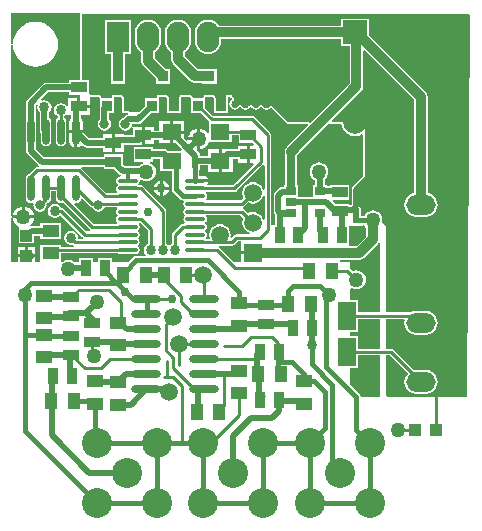
<source format=gtl>
%FSLAX25Y25*%
%MOIN*%
G70*
G01*
G75*
G04 Layer_Physical_Order=1*
G04 Layer_Color=255*
%ADD10C,0.05906*%
%ADD11R,0.03937X0.03937*%
%ADD12R,0.06102X0.09449*%
%ADD13R,0.05315X0.03740*%
%ADD14R,0.03543X0.03740*%
%ADD15R,0.03740X0.05315*%
%ADD16R,0.03937X0.03937*%
%ADD17R,0.03543X0.02559*%
%ADD18O,0.06693X0.01378*%
%ADD19R,0.06300X0.05500*%
%ADD20R,0.05512X0.04134*%
%ADD21R,0.04134X0.05512*%
%ADD22R,0.02000X0.02000*%
%ADD23O,0.02362X0.08661*%
%ADD24O,0.09843X0.02756*%
%ADD25C,0.03200*%
%ADD26C,0.01000*%
%ADD27C,0.01600*%
%ADD28C,0.02000*%
%ADD29C,0.01400*%
%ADD30C,0.02800*%
%ADD31C,0.10000*%
%ADD32R,0.05906X0.05906*%
%ADD33C,0.07874*%
%ADD34R,0.07874X0.07874*%
%ADD35O,0.09843X0.06693*%
%ADD36O,0.07480X0.10236*%
%ADD37R,0.07480X0.10236*%
%ADD38C,0.03150*%
%ADD39C,0.02400*%
%ADD40C,0.03000*%
%ADD41C,0.05000*%
%ADD42C,0.03400*%
G36*
X316378Y316798D02*
Y309202D01*
X315888Y309104D01*
X315603Y309792D01*
X315034Y310534D01*
X314292Y311103D01*
X313427Y311461D01*
X312500Y311583D01*
X311573Y311461D01*
X310902Y311184D01*
X309513Y312573D01*
X309159Y312810D01*
X309256Y313300D01*
X309268Y313302D01*
X309632Y313545D01*
X310902Y314816D01*
X311573Y314539D01*
X312500Y314417D01*
X313427Y314539D01*
X314292Y314897D01*
X315034Y315466D01*
X315603Y316208D01*
X315888Y316896D01*
X316378Y316798D01*
D02*
G37*
G36*
X342080Y340316D02*
X342537Y339212D01*
X343264Y338264D01*
X344212Y337537D01*
X345316Y337080D01*
X346500Y336924D01*
X347684Y337080D01*
X348788Y337537D01*
X348809Y337553D01*
X349257Y337331D01*
Y323564D01*
X345847Y320153D01*
X345493Y319624D01*
X345369Y319000D01*
Y314176D01*
X345175Y313982D01*
X344608D01*
Y314320D01*
X339987D01*
X339089Y315218D01*
X339281Y315680D01*
X344608D01*
Y320620D01*
X338093D01*
Y320281D01*
X337096D01*
Y320620D01*
X336356D01*
Y322516D01*
X336711Y322789D01*
X337208Y323437D01*
X337520Y324191D01*
X337627Y325000D01*
X337520Y325809D01*
X337208Y326563D01*
X336711Y327211D01*
X336063Y327708D01*
X335309Y328020D01*
X334500Y328127D01*
X333691Y328020D01*
X332937Y327708D01*
X332289Y327211D01*
X331792Y326563D01*
X331480Y325809D01*
X331373Y325000D01*
X331480Y324191D01*
X331792Y323437D01*
X332289Y322789D01*
X332937Y322292D01*
X333093Y322227D01*
Y320620D01*
X332353D01*
Y316861D01*
D01*
Y316861D01*
X332123Y316631D01*
X327647D01*
Y316861D01*
Y320620D01*
X327315D01*
Y330643D01*
X337672Y341000D01*
X341990D01*
X342080Y340316D01*
D02*
G37*
G36*
X384997Y377145D02*
X383876Y250020D01*
X357354Y249989D01*
X357000Y250342D01*
Y263875D01*
X358012D01*
X364106Y257781D01*
X363478Y256963D01*
X363080Y256003D01*
X362945Y254972D01*
X363080Y253942D01*
X363478Y252982D01*
X364111Y252158D01*
X364935Y251525D01*
X365895Y251128D01*
X366925Y250992D01*
X370075D01*
X371105Y251128D01*
X372065Y251525D01*
X372889Y252158D01*
X373522Y252982D01*
X373920Y253942D01*
X374055Y254972D01*
X373920Y256003D01*
X373522Y256963D01*
X372889Y257787D01*
X372065Y258420D01*
X371105Y258817D01*
X370075Y258953D01*
X366925D01*
X366201Y258858D01*
X359269Y265789D01*
X358906Y266032D01*
X358476Y266118D01*
X358476Y266118D01*
X357000D01*
Y275882D01*
X362727D01*
X363056Y275506D01*
X362945Y274658D01*
X363080Y273627D01*
X363478Y272667D01*
X364111Y271843D01*
X364935Y271210D01*
X365895Y270813D01*
X366925Y270677D01*
X370075D01*
X371105Y270813D01*
X372065Y271210D01*
X372889Y271843D01*
X373522Y272667D01*
X373920Y273627D01*
X374055Y274658D01*
X373920Y275688D01*
X373522Y276648D01*
X372889Y277472D01*
X372065Y278105D01*
X371105Y278502D01*
X370075Y278638D01*
X366925D01*
X365895Y278502D01*
X364985Y278126D01*
X357000D01*
Y307000D01*
X355554Y308446D01*
X355627Y309000D01*
X355520Y309809D01*
X355208Y310563D01*
X354711Y311211D01*
X354063Y311708D01*
X353309Y312020D01*
X352500Y312127D01*
X351691Y312020D01*
X350937Y311708D01*
X350289Y311211D01*
X349792Y310563D01*
X349736Y310427D01*
X348631D01*
Y312000D01*
X348507Y312624D01*
X348153Y313154D01*
X347624Y313507D01*
X347000Y313631D01*
Y319000D01*
X350000Y322000D01*
Y341000D01*
X342645D01*
X342634Y341085D01*
X342529Y341266D01*
X342449Y341459D01*
X342407Y341476D01*
X342385Y341515D01*
X342183Y341569D01*
X341990Y341649D01*
X338975D01*
X338784Y342111D01*
X348586Y351914D01*
X349072Y352642D01*
X349243Y353500D01*
Y365431D01*
X349705Y365623D01*
X366257Y349071D01*
Y317920D01*
X365895Y317872D01*
X364935Y317475D01*
X364111Y316842D01*
X363478Y316018D01*
X363080Y315058D01*
X362945Y314028D01*
X363080Y312997D01*
X363478Y312037D01*
X364111Y311213D01*
X364935Y310580D01*
X365895Y310183D01*
X366925Y310047D01*
X370075D01*
X371105Y310183D01*
X372065Y310580D01*
X372889Y311213D01*
X373522Y312037D01*
X373920Y312997D01*
X374055Y314028D01*
X373920Y315058D01*
X373522Y316018D01*
X372889Y316842D01*
X372065Y317475D01*
X371105Y317872D01*
X370743Y317920D01*
Y350000D01*
X370572Y350858D01*
X370086Y351586D01*
X351037Y370635D01*
Y376037D01*
X341963D01*
Y373743D01*
X301156D01*
X300595Y374473D01*
X299689Y375169D01*
X298633Y375606D01*
X297500Y375756D01*
X296367Y375606D01*
X295311Y375169D01*
X294405Y374473D01*
X293709Y373567D01*
X293272Y372511D01*
X293122Y371378D01*
Y368622D01*
X293272Y367489D01*
X293709Y366433D01*
X294405Y365527D01*
X295311Y364831D01*
X296367Y364394D01*
X297500Y364244D01*
X298633Y364394D01*
X299689Y364831D01*
X300595Y365527D01*
X301291Y366433D01*
X301728Y367489D01*
X301878Y368622D01*
Y369257D01*
X341963D01*
Y366963D01*
X344757D01*
Y354429D01*
X331643Y341316D01*
X331153Y341413D01*
X331134Y341459D01*
X331014Y341509D01*
X330923Y341600D01*
X330794D01*
X330675Y341649D01*
X324269D01*
X319217Y346706D01*
X319185Y346720D01*
X319169Y346749D01*
X318960Y346813D01*
X318758Y346897D01*
X318726Y346884D01*
X318694Y346894D01*
X318234Y346849D01*
X318093Y346773D01*
X317937Y346742D01*
X317449Y346416D01*
X317000Y346327D01*
X316551Y346416D01*
X316171Y346671D01*
X316040Y346866D01*
X315985Y346903D01*
X315959Y346964D01*
X315784Y347037D01*
X315627Y347142D01*
X315562Y347129D01*
X315500Y347154D01*
X315000D01*
X314938Y347129D01*
X314873Y347142D01*
X314716Y347037D01*
X314541Y346964D01*
X314515Y346903D01*
X314460Y346866D01*
X314330Y346671D01*
X313949Y346416D01*
X313500Y346327D01*
X313051Y346416D01*
X312670Y346671D01*
X312540Y346866D01*
X312485Y346903D01*
X312459Y346964D01*
X312284Y347037D01*
X312127Y347142D01*
X312062Y347129D01*
X312000Y347154D01*
X311500D01*
X311438Y347129D01*
X311373Y347142D01*
X311216Y347037D01*
X311041Y346964D01*
X311015Y346903D01*
X310960Y346866D01*
X310829Y346671D01*
X310449Y346416D01*
X310000Y346327D01*
X309551Y346416D01*
X309171Y346671D01*
X309040Y346866D01*
X308985Y346903D01*
X308959Y346964D01*
X308784Y347037D01*
X308627Y347142D01*
X308561Y347129D01*
X308500Y347154D01*
X308000D01*
X307939Y347129D01*
X307873Y347142D01*
X307716Y347037D01*
X307541Y346964D01*
X307515Y346903D01*
X307460Y346866D01*
X307330Y346671D01*
X306949Y346416D01*
X306500Y346327D01*
X306051Y346416D01*
X305670Y346671D01*
X305416Y347051D01*
X305327Y347500D01*
X305416Y347949D01*
X305670Y348329D01*
X305866Y348460D01*
X305903Y348515D01*
X305964Y348541D01*
X306037Y348716D01*
X306142Y348873D01*
X306129Y348938D01*
X306154Y349000D01*
Y349500D01*
X306129Y349562D01*
X306142Y349627D01*
X306037Y349784D01*
X305964Y349959D01*
X305903Y349985D01*
X305866Y350040D01*
X305670Y350170D01*
X305539Y350368D01*
X305483Y350405D01*
X305458Y350466D01*
X305283Y350539D01*
X305125Y350644D01*
X305060Y350631D01*
X304999Y350656D01*
X304112Y350656D01*
X303875Y350558D01*
X303653Y350466D01*
X303653Y350466D01*
X303653Y350466D01*
X303560Y350243D01*
X303462Y350007D01*
Y349549D01*
X303462Y349549D01*
Y345258D01*
X300018D01*
Y349549D01*
X300018Y349549D01*
X300018Y349549D01*
X300018Y349653D01*
Y349653D01*
Y349653D01*
X299860Y350033D01*
X299828Y350112D01*
D01*
X299828Y350112D01*
X299474Y350465D01*
X299015Y350656D01*
D01*
X299015D01*
X296631Y350655D01*
X296395Y350557D01*
X296172Y350465D01*
X296172Y350465D01*
X296172Y350465D01*
X296080Y350242D01*
X295982Y350006D01*
Y349549D01*
X295982Y349549D01*
X292786D01*
X292538Y349652D01*
X292419Y349937D01*
X292347Y350111D01*
X292347D01*
X292347Y350111D01*
X291994Y350464D01*
X291534Y350654D01*
X288612Y350654D01*
X288375Y350556D01*
X288153Y350464D01*
X288153Y350464D01*
X288153Y350464D01*
X288060Y350241D01*
X287962Y350005D01*
Y349549D01*
X287962Y349549D01*
Y345258D01*
X284518D01*
Y349549D01*
X284518Y349549D01*
X284518Y349549D01*
X284518Y349651D01*
X284518Y349651D01*
X284518Y349651D01*
X284351Y350054D01*
X284328Y350110D01*
D01*
X284328Y350110D01*
X283974Y350463D01*
X283515Y350653D01*
X281131Y350653D01*
X280895Y350555D01*
X280672Y350463D01*
X280672Y350463D01*
X280672Y350463D01*
X280580Y350240D01*
X280482Y350004D01*
Y349549D01*
X280482Y349549D01*
X276388D01*
Y347014D01*
X274374Y345000D01*
X271336D01*
X271308Y345068D01*
X271277Y345081D01*
X271261Y345111D01*
X271051Y345174D01*
X270849Y345258D01*
X269518D01*
Y349549D01*
X269518Y349549D01*
X269518Y349549D01*
X269518Y349648D01*
Y349648D01*
Y349648D01*
X269360Y350029D01*
X269328Y350108D01*
D01*
X269328Y350108D01*
X268974Y350461D01*
X268515Y350651D01*
X266131Y350651D01*
X265895Y350553D01*
X265672Y350461D01*
X265672Y350461D01*
X265672Y350461D01*
X265580Y350238D01*
X265482Y350002D01*
Y349549D01*
X265482Y349549D01*
X262276D01*
X262038Y349647D01*
X261880Y350028D01*
X261847Y350107D01*
D01*
X261847Y350107D01*
X261494Y350460D01*
X261034Y350650D01*
X258157Y350650D01*
X257757Y351615D01*
Y355620D01*
X255649D01*
Y377500D01*
X384645D01*
X384997Y377145D01*
D02*
G37*
G36*
X316169Y327238D02*
X316378Y326925D01*
Y319202D01*
X315888Y319104D01*
X315603Y319792D01*
X315034Y320534D01*
X314292Y321103D01*
X313427Y321461D01*
X312500Y321583D01*
X311573Y321461D01*
X310708Y321103D01*
X309966Y320534D01*
X309397Y319792D01*
X309039Y318927D01*
X308917Y318000D01*
X309039Y317073D01*
X309316Y316402D01*
X308374Y315460D01*
X296908D01*
X296763Y315939D01*
X296807Y315968D01*
X297092Y316395D01*
X297192Y316898D01*
X297092Y317401D01*
X296807Y317827D01*
X296763Y317857D01*
X296908Y318335D01*
X306255D01*
X306255Y318335D01*
X306684Y318421D01*
X307048Y318664D01*
X315672Y327287D01*
X316169Y327238D01*
D02*
G37*
G36*
X262742Y325880D02*
X266163D01*
X267976Y324067D01*
X268363Y323808D01*
X268218Y323330D01*
X268122D01*
X267619Y323230D01*
X267193Y322945D01*
X266908Y322519D01*
X266808Y322016D01*
X266908Y321513D01*
X267193Y321087D01*
X267343Y320986D01*
Y320486D01*
X267193Y320386D01*
X266908Y319960D01*
X266808Y319457D01*
X266908Y318954D01*
X267193Y318527D01*
X267237Y318498D01*
X267092Y318019D01*
X263567D01*
X255329Y326257D01*
X255427Y326493D01*
X255578Y326719D01*
X262742D01*
Y325880D01*
D02*
G37*
G36*
X258116Y313546D02*
X258116Y313545D01*
X258480Y313302D01*
X258909Y313217D01*
X258909Y313217D01*
X258910Y313217D01*
X258938D01*
X258938D01*
X258938Y313217D01*
X258951Y313151D01*
X259432Y312432D01*
X260151Y311951D01*
X261000Y311783D01*
X261849Y311951D01*
X262568Y312432D01*
X263049Y313151D01*
X263062Y313217D01*
X267092D01*
X267237Y312739D01*
X267193Y312709D01*
X266908Y312282D01*
X266808Y311779D01*
X266908Y311277D01*
X267193Y310850D01*
X267343Y310750D01*
Y310250D01*
X267193Y310150D01*
X266908Y309723D01*
X266808Y309221D01*
X266908Y308717D01*
X267193Y308291D01*
X267237Y308261D01*
X267092Y307783D01*
X259303D01*
X252861Y314225D01*
X253097Y314666D01*
X253500Y314586D01*
X254195Y314724D01*
X254784Y315118D01*
X255178Y315707D01*
X255203Y315835D01*
X255682Y315980D01*
X258116Y313546D01*
D02*
G37*
G36*
X309316Y309598D02*
X309039Y308927D01*
X308917Y308000D01*
X309039Y307073D01*
X309397Y306208D01*
X309966Y305466D01*
X310708Y304897D01*
X311396Y304612D01*
X311298Y304121D01*
X307000D01*
X307000Y304122D01*
X306571Y304036D01*
X306207Y303793D01*
X305432Y303018D01*
X304983Y303239D01*
X305083Y304000D01*
X304961Y304927D01*
X304603Y305792D01*
X304034Y306534D01*
X303292Y307103D01*
X302427Y307461D01*
X301500Y307583D01*
X300573Y307461D01*
X299708Y307103D01*
X298966Y306534D01*
X298397Y305792D01*
X298039Y304927D01*
X297917Y304000D01*
X298039Y303073D01*
X297766Y302665D01*
X296908D01*
X296763Y303143D01*
X296807Y303173D01*
X297092Y303599D01*
X297192Y304102D01*
X297092Y304605D01*
X296807Y305032D01*
X296657Y305132D01*
Y305632D01*
X296807Y305732D01*
X297092Y306158D01*
X297192Y306661D01*
X297092Y307164D01*
X296807Y307591D01*
X296657Y307691D01*
Y308191D01*
X296807Y308291D01*
X297092Y308717D01*
X297192Y309221D01*
X297092Y309723D01*
X296807Y310150D01*
X296763Y310179D01*
X296908Y310658D01*
X308256D01*
X309316Y309598D01*
D02*
G37*
G36*
X355000Y301420D02*
Y278126D01*
X347651D01*
Y282328D01*
X345000D01*
Y286077D01*
X345437Y286292D01*
X346191Y285980D01*
X347000Y285873D01*
X347809Y285980D01*
X348563Y286292D01*
X349211Y286789D01*
X349708Y287437D01*
X350020Y288191D01*
X350127Y289000D01*
X350020Y289809D01*
X349708Y290563D01*
X349211Y291211D01*
X348563Y291708D01*
X347809Y292020D01*
X347000Y292127D01*
X346191Y292020D01*
X345749Y291837D01*
X345000Y292586D01*
Y295025D01*
X341761Y295019D01*
X341473Y295306D01*
X341588Y295584D01*
X341761Y295757D01*
X348000D01*
X348858Y295928D01*
X349586Y296414D01*
X354086Y300914D01*
X354521Y301566D01*
X355000Y301420D01*
D02*
G37*
G36*
Y266118D02*
X347651D01*
Y270321D01*
X345000D01*
Y271679D01*
X347651D01*
Y275882D01*
X355000D01*
Y266118D01*
D02*
G37*
G36*
Y250000D02*
X348427D01*
X348319Y250546D01*
X348009Y251009D01*
X348009Y251009D01*
X345000Y254019D01*
Y259672D01*
X347651D01*
Y263875D01*
X355000D01*
Y250000D01*
D02*
G37*
G36*
X308547Y298500D02*
X312500D01*
Y297500D01*
X308547D01*
Y295000D01*
X306086D01*
X301309Y299777D01*
X301060Y299943D01*
X301205Y300422D01*
X301461D01*
X301500Y300417D01*
X301539Y300422D01*
X305543D01*
X305543Y300422D01*
X305973Y300507D01*
X306336Y300750D01*
X307465Y301878D01*
X308547D01*
Y298500D01*
D02*
G37*
G36*
X350004Y306504D02*
X350257Y306310D01*
Y303429D01*
X347071Y300243D01*
X344620D01*
Y300743D01*
X344620D01*
Y307000D01*
X345000D01*
Y307000D01*
X349000D01*
Y307034D01*
X349474Y307195D01*
X350004Y306504D01*
D02*
G37*
G36*
X277379Y305535D02*
Y301017D01*
X276842Y300658D01*
X276333Y299897D01*
X276155Y299000D01*
X276333Y298103D01*
X276824Y297368D01*
X276588Y296927D01*
X273500D01*
X272954Y296819D01*
X272768Y296695D01*
X272491Y296509D01*
X272491Y296509D01*
X270981Y295000D01*
X265620D01*
Y296257D01*
X260680D01*
Y295000D01*
X259320D01*
Y296257D01*
X254380D01*
Y295000D01*
X252834D01*
X252563Y295208D01*
X251809Y295520D01*
X251000Y295627D01*
X250191Y295520D01*
X249437Y295208D01*
X249166Y295000D01*
X248366D01*
Y295266D01*
X248366D01*
Y297863D01*
X267480D01*
X267619Y297770D01*
X268122Y297670D01*
X273437D01*
X273940Y297770D01*
X274366Y298055D01*
X274651Y298481D01*
X274751Y298984D01*
X274651Y299487D01*
X274366Y299914D01*
X274216Y300014D01*
Y300514D01*
X274366Y300614D01*
X274651Y301040D01*
X274751Y301543D01*
X274651Y302046D01*
X274366Y302473D01*
X274216Y302573D01*
Y303073D01*
X274366Y303173D01*
X274651Y303599D01*
X274751Y304102D01*
X274651Y304605D01*
X274366Y305032D01*
X274216Y305132D01*
Y305632D01*
X274366Y305732D01*
X274651Y306158D01*
X274751Y306661D01*
X274651Y307164D01*
X274366Y307591D01*
X274322Y307620D01*
X274407Y307901D01*
X274892Y308022D01*
X277379Y305535D01*
D02*
G37*
G36*
X281600Y325400D02*
X285417D01*
Y319155D01*
X285417Y319155D01*
X285526Y318609D01*
X285835Y318146D01*
X288093Y315888D01*
X288093Y315888D01*
X288371Y315703D01*
X288556Y315579D01*
X289102Y315470D01*
X289239D01*
X289474Y315029D01*
X289349Y314842D01*
X289249Y314339D01*
X289349Y313836D01*
X289634Y313409D01*
X289784Y313309D01*
Y312809D01*
X289634Y312709D01*
X289349Y312282D01*
X289249Y311779D01*
X289349Y311277D01*
X289634Y310850D01*
X289784Y310750D01*
Y310250D01*
X289634Y310150D01*
X289349Y309723D01*
X289249Y309221D01*
X289349Y308717D01*
X289634Y308291D01*
X289678Y308261D01*
X289533Y307783D01*
X289161D01*
X289161Y307783D01*
X288732Y307698D01*
X288368Y307454D01*
X288368Y307454D01*
X285707Y304793D01*
X285464Y304429D01*
X285378Y304000D01*
X285379Y304000D01*
Y301017D01*
X284842Y300658D01*
X284750Y300521D01*
X284250D01*
X284158Y300658D01*
X283622Y301017D01*
Y312000D01*
X283536Y312429D01*
X283293Y312793D01*
X283293Y312793D01*
X275836Y320250D01*
X275472Y320493D01*
X275043Y320578D01*
X275043Y320578D01*
X274467D01*
X274322Y321057D01*
X274366Y321087D01*
X274651Y321513D01*
X274751Y322016D01*
X274701Y322267D01*
X275126Y322531D01*
X275437Y322292D01*
X276191Y321980D01*
X277000Y321873D01*
X277809Y321980D01*
X278563Y322292D01*
X279211Y322789D01*
X279708Y323437D01*
X280020Y324191D01*
X280127Y325000D01*
X280020Y325809D01*
X279708Y326563D01*
X279211Y327211D01*
X278563Y327708D01*
X278124Y327890D01*
X278221Y328380D01*
X279257D01*
Y329219D01*
X281600D01*
Y325400D01*
D02*
G37*
G36*
X251242Y350679D02*
X255000D01*
Y350220D01*
Y347350D01*
X258157D01*
Y349721D01*
X258157D01*
Y350000D01*
X261035Y350001D01*
X261388Y349647D01*
X261388Y349549D01*
X261388D01*
Y346417D01*
X261369Y346319D01*
Y342473D01*
X260951Y341849D01*
X260783Y341000D01*
X260951Y340151D01*
X261432Y339432D01*
X262151Y338951D01*
X263000Y338783D01*
X263849Y338951D01*
X264568Y339432D01*
X265049Y340151D01*
X265217Y341000D01*
X265049Y341849D01*
X264631Y342473D01*
Y344609D01*
X266131D01*
Y349549D01*
X266131D01*
Y350002D01*
X268515Y350002D01*
X268868Y349648D01*
X268868Y349549D01*
X268868D01*
Y344609D01*
X270849D01*
X270898Y344111D01*
X270376Y344007D01*
X269847Y343653D01*
X269493Y343124D01*
X269491Y343116D01*
X269151Y343049D01*
X268432Y342568D01*
X267951Y341849D01*
X267783Y341000D01*
X267951Y340151D01*
X268432Y339432D01*
X269151Y338951D01*
X270000Y338783D01*
X270849Y338951D01*
X271568Y339432D01*
X271864Y339875D01*
X272342Y339730D01*
Y337252D01*
X269657D01*
Y337520D01*
X266500D01*
Y334650D01*
Y331780D01*
X269657D01*
Y333989D01*
X274471D01*
X275095Y334113D01*
X275344Y334279D01*
X275500D01*
Y337150D01*
Y340020D01*
X272416D01*
X272099Y340406D01*
X272191Y340869D01*
X274181D01*
X274805Y340993D01*
X275335Y341347D01*
X278597Y344609D01*
X281132D01*
Y349549D01*
X281132D01*
Y350004D01*
X283515Y350004D01*
X283869Y349650D01*
X283869Y349549D01*
X283869D01*
Y344609D01*
X288612D01*
Y349549D01*
X288612D01*
Y350005D01*
X291535Y350005D01*
X291888Y349652D01*
X291888Y349549D01*
X291888D01*
Y344609D01*
X295144D01*
X297900Y341852D01*
X297900Y341600D01*
X297900D01*
Y337966D01*
X297427Y337805D01*
X296896Y338496D01*
X296165Y339057D01*
X295314Y339410D01*
X294900Y339464D01*
Y336000D01*
Y332536D01*
X295314Y332590D01*
X296165Y332943D01*
X296896Y333504D01*
X297457Y334235D01*
X297733Y334900D01*
X297900D01*
Y334900D01*
X305400D01*
Y337128D01*
X307743D01*
Y334680D01*
X312234D01*
X312731Y334182D01*
X312539Y333720D01*
X311500D01*
Y330850D01*
Y327980D01*
X312539D01*
X312731Y327518D01*
X305791Y320578D01*
X297479D01*
X297243Y321019D01*
X297469Y321357D01*
X297501Y321516D01*
X293220D01*
Y322516D01*
X297501D01*
X297469Y322675D01*
X297096Y323233D01*
X296537Y323607D01*
X295878Y323738D01*
X294648D01*
Y325756D01*
X294728Y325876D01*
X294852Y326500D01*
Y327119D01*
X297500D01*
Y325000D01*
X301150D01*
Y328750D01*
Y332500D01*
X297500D01*
Y330381D01*
X294851D01*
X294728Y331004D01*
X294374Y331533D01*
X293841Y332066D01*
X293900Y332185D01*
Y335500D01*
X290585D01*
X290466Y335441D01*
X289500Y336407D01*
Y337750D01*
X285850D01*
Y334500D01*
X286793D01*
X288731Y332562D01*
X288540Y332100D01*
X284259D01*
X283874Y332358D01*
X283250Y332482D01*
X279257D01*
Y333320D01*
X272743D01*
Y328380D01*
X275779D01*
X275876Y327890D01*
X275437Y327708D01*
X274789Y327211D01*
X274514Y326852D01*
X269806D01*
X269257Y327400D01*
Y330820D01*
X262742D01*
Y329982D01*
X242825D01*
X240131Y332676D01*
Y334535D01*
X240178Y334604D01*
X240316Y335299D01*
Y341598D01*
X240178Y342293D01*
X240131Y342363D01*
Y347220D01*
X240560Y347478D01*
X240822Y347338D01*
X240655Y346500D01*
X240833Y345603D01*
X241342Y344842D01*
X241369Y344824D01*
Y338949D01*
X241493Y338324D01*
X241684Y338038D01*
Y335299D01*
X241822Y334604D01*
X242216Y334015D01*
X242805Y333622D01*
X243500Y333483D01*
X244195Y333622D01*
X244784Y334015D01*
X245178Y334604D01*
X245316Y335299D01*
Y341598D01*
X245178Y342293D01*
X244784Y342882D01*
X244631Y342985D01*
Y344824D01*
X244658Y344842D01*
X245167Y345603D01*
X245345Y346500D01*
X245167Y347397D01*
X244658Y348158D01*
X243897Y348667D01*
X243000Y348845D01*
X242162Y348678D01*
X241926Y349119D01*
X244325Y351518D01*
X251242D01*
Y350679D01*
D02*
G37*
G36*
X305202Y349702D02*
X305505Y349500D01*
Y349000D01*
X305202Y348798D01*
X304804Y348202D01*
X304665Y347500D01*
X304804Y346798D01*
X305202Y346202D01*
X305798Y345804D01*
X306500Y345665D01*
X307202Y345804D01*
X307798Y346202D01*
X308000Y346505D01*
X308500D01*
X308702Y346202D01*
X309298Y345804D01*
X310000Y345665D01*
X310702Y345804D01*
X311298Y346202D01*
X311500Y346505D01*
X312000D01*
X312202Y346202D01*
X312798Y345804D01*
X313500Y345665D01*
X314202Y345804D01*
X314798Y346202D01*
X315000Y346505D01*
X315500D01*
X315702Y346202D01*
X316298Y345804D01*
X317000Y345665D01*
X317702Y345804D01*
X318298Y346202D01*
X318757Y346247D01*
X324000Y341000D01*
X330675D01*
X330866Y340538D01*
X323690Y333362D01*
X323203Y332634D01*
X323032Y331776D01*
X323203Y330917D01*
X323236Y330868D01*
Y320620D01*
X322904D01*
Y319911D01*
X322280D01*
X321655Y319787D01*
X321126Y319433D01*
X319847Y318154D01*
X319493Y317624D01*
X319369Y317000D01*
Y312000D01*
X319493Y311376D01*
X319824Y310880D01*
X319719Y310350D01*
Y307258D01*
X318880D01*
D01*
X318880D01*
X318621Y307516D01*
Y337298D01*
X318622Y337298D01*
X318536Y337728D01*
X318293Y338091D01*
X313091Y343293D01*
X312728Y343536D01*
X312298Y343622D01*
X312298Y343621D01*
X299303D01*
X296632Y346293D01*
Y349549D01*
X296632D01*
Y350006D01*
X299015Y350006D01*
X299369Y349653D01*
X299369Y349549D01*
X299369D01*
Y344609D01*
X304112D01*
Y349549D01*
X304112D01*
Y350007D01*
X304999Y350007D01*
X305202Y349702D01*
D02*
G37*
G36*
X255000Y355620D02*
X251242D01*
Y354781D01*
X243650D01*
X243025Y354657D01*
X242496Y354303D01*
X237347Y349153D01*
X236993Y348624D01*
X236869Y348000D01*
Y342363D01*
X236822Y342293D01*
X236684Y341598D01*
Y335299D01*
X236822Y334604D01*
X236869Y334535D01*
Y332000D01*
X236993Y331376D01*
X237347Y330847D01*
X240996Y327197D01*
X241141Y327100D01*
X240996Y326622D01*
X240500D01*
X240500Y326622D01*
X240071Y326536D01*
X239707Y326293D01*
X239707Y326293D01*
X237767Y324353D01*
X237216Y323985D01*
X236822Y323396D01*
X236684Y322701D01*
Y316402D01*
X236822Y315707D01*
X237216Y315118D01*
X237805Y314724D01*
X238500Y314586D01*
X238995Y314684D01*
X239348Y314330D01*
X239283Y314000D01*
X239451Y313151D01*
X239932Y312432D01*
X240651Y311951D01*
X241500Y311783D01*
X242349Y311951D01*
X243068Y312432D01*
X243549Y313151D01*
X243717Y314000D01*
X243666Y314258D01*
X243944Y314674D01*
X244195Y314724D01*
X244784Y315118D01*
X245178Y315707D01*
X245316Y316402D01*
Y318626D01*
X246684D01*
Y316402D01*
X246822Y315707D01*
X247216Y315118D01*
X247805Y314724D01*
X248500Y314586D01*
X249191Y314723D01*
X258046Y305868D01*
X258294Y305702D01*
X258149Y305224D01*
X256862D01*
X249293Y312793D01*
X248929Y313036D01*
X248519Y313118D01*
X248158Y313658D01*
X247397Y314167D01*
X246500Y314345D01*
X245603Y314167D01*
X244842Y313658D01*
X244333Y312897D01*
X244155Y312000D01*
X244333Y311103D01*
X244842Y310342D01*
X245603Y309833D01*
X246500Y309655D01*
X247397Y309833D01*
X248158Y310342D01*
X248535Y310379D01*
X255605Y303309D01*
X255853Y303143D01*
X255708Y302665D01*
X254466D01*
X254204Y302984D01*
X254026Y303882D01*
X253517Y304643D01*
X252756Y305151D01*
X251859Y305329D01*
X250961Y305151D01*
X250201Y304643D01*
X249692Y303882D01*
X249514Y302984D01*
X249692Y302087D01*
X250201Y301326D01*
X250961Y300818D01*
X251859Y300639D01*
X252354Y300738D01*
X252689Y300367D01*
X252610Y300106D01*
X248366D01*
Y300600D01*
X241654D01*
Y295266D01*
D01*
Y295266D01*
X241388Y295000D01*
X239968D01*
Y296532D01*
X234032D01*
Y295000D01*
X232000D01*
Y309746D01*
X232031Y309748D01*
Y310252D01*
X232000Y310254D01*
Y367218D01*
X232499Y367242D01*
X232619Y366032D01*
X233047Y364620D01*
X233742Y363319D01*
X234678Y362178D01*
X235819Y361242D01*
X237120Y360547D01*
X238532Y360119D01*
X240000Y359974D01*
X241468Y360119D01*
X242880Y360547D01*
X244181Y361242D01*
X245322Y362178D01*
X246258Y363319D01*
X246953Y364620D01*
X247381Y366032D01*
X247526Y367500D01*
X247381Y368968D01*
X246953Y370380D01*
X246258Y371681D01*
X245322Y372822D01*
X244181Y373758D01*
X242880Y374453D01*
X241468Y374881D01*
X240000Y375026D01*
X238532Y374881D01*
X237120Y374453D01*
X235819Y373758D01*
X234678Y372822D01*
X233742Y371681D01*
X233047Y370380D01*
X232619Y368968D01*
X232499Y367758D01*
X232000Y367782D01*
Y378000D01*
X255000D01*
Y355620D01*
D02*
G37*
%LPC*%
G36*
X254000Y349721D02*
X250842D01*
Y346995D01*
X250364Y346850D01*
X250158Y347158D01*
X249397Y347667D01*
X248500Y347845D01*
X247603Y347667D01*
X246842Y347158D01*
X246333Y346397D01*
X246155Y345500D01*
X246333Y344603D01*
X246842Y343842D01*
X247373Y343487D01*
Y342987D01*
X247216Y342882D01*
X246822Y342293D01*
X246684Y341598D01*
Y335299D01*
X246822Y334604D01*
X247216Y334015D01*
X247805Y333622D01*
X248500Y333483D01*
X249195Y333622D01*
X249784Y334015D01*
X250178Y334604D01*
X250316Y335299D01*
Y341598D01*
X250178Y342293D01*
X249784Y342882D01*
X249627Y342987D01*
Y343487D01*
X250158Y343842D01*
X250364Y344150D01*
X250842Y344005D01*
Y343980D01*
X251869D01*
Y343083D01*
X251445Y342449D01*
X251276Y341598D01*
Y338949D01*
X255724D01*
Y341598D01*
X255555Y342449D01*
X255131Y343083D01*
Y343980D01*
X258157D01*
Y346350D01*
X254500D01*
Y346850D01*
X254000D01*
Y349721D01*
D02*
G37*
G36*
X284850Y342000D02*
X281200D01*
Y338781D01*
X279658D01*
Y340020D01*
X276500D01*
Y337150D01*
Y334279D01*
X279658D01*
Y335518D01*
X281200D01*
Y334500D01*
X284850D01*
Y338250D01*
Y342000D01*
D02*
G37*
G36*
X239464Y309500D02*
X232536D01*
X232590Y309086D01*
X232943Y308235D01*
X233504Y307504D01*
X234235Y306943D01*
X234620Y306783D01*
X234522Y306293D01*
X234432D01*
Y301156D01*
X239568D01*
Y303782D01*
X241654D01*
Y302747D01*
X248366D01*
Y308080D01*
X241654D01*
Y307045D01*
X238689D01*
X238689Y307045D01*
X238689Y307045D01*
X238030Y306972D01*
X238496Y307504D01*
X238496Y307504D01*
X239057Y308235D01*
X239410Y309086D01*
X239464Y309500D01*
D02*
G37*
G36*
X277500Y375756D02*
X276367Y375606D01*
X275311Y375169D01*
X274405Y374473D01*
X273709Y373567D01*
X273272Y372511D01*
X273122Y371378D01*
Y368622D01*
X273272Y367489D01*
X273709Y366433D01*
X274405Y365527D01*
X275257Y364873D01*
Y361921D01*
X275428Y361063D01*
X275914Y360335D01*
X280128Y356121D01*
Y354451D01*
X284872D01*
Y359391D01*
X283202D01*
X279743Y362850D01*
Y364873D01*
X280595Y365527D01*
X281291Y366433D01*
X281728Y367489D01*
X281878Y368622D01*
Y371378D01*
X281728Y372511D01*
X281291Y373567D01*
X280595Y374473D01*
X279689Y375169D01*
X278633Y375606D01*
X277500Y375756D01*
D02*
G37*
G36*
X287500D02*
X286367Y375606D01*
X285311Y375169D01*
X284405Y374473D01*
X283709Y373567D01*
X283272Y372511D01*
X283122Y371378D01*
Y368622D01*
X283272Y367489D01*
X283709Y366433D01*
X284405Y365527D01*
X285257Y364873D01*
Y362500D01*
X285428Y361642D01*
X285914Y360914D01*
X291493Y355335D01*
X292220Y354849D01*
X293079Y354678D01*
X295628D01*
Y354451D01*
X300372D01*
Y359391D01*
X295628D01*
Y359164D01*
X294008D01*
X289743Y363429D01*
Y364873D01*
X290595Y365527D01*
X291291Y366433D01*
X291728Y367489D01*
X291878Y368622D01*
Y371378D01*
X291728Y372511D01*
X291291Y373567D01*
X290595Y374473D01*
X289689Y375169D01*
X288633Y375606D01*
X287500Y375756D01*
D02*
G37*
G36*
X236500Y300000D02*
X234032D01*
Y297532D01*
X236500D01*
Y300000D01*
D02*
G37*
G36*
X271840Y375718D02*
X263160D01*
Y364282D01*
X265257D01*
Y359391D01*
X265128D01*
Y354451D01*
X269872D01*
Y359391D01*
X269743D01*
Y364282D01*
X271840D01*
Y375718D01*
D02*
G37*
G36*
X239968Y300000D02*
X237500D01*
Y297532D01*
X239968D01*
Y300000D01*
D02*
G37*
G36*
X289500Y342000D02*
X285850D01*
Y338750D01*
X289500D01*
Y342000D01*
D02*
G37*
G36*
X310500Y333720D02*
X307343D01*
Y332482D01*
X305800D01*
Y332500D01*
X302150D01*
Y328750D01*
Y325000D01*
X305800D01*
Y329219D01*
X307343D01*
Y327980D01*
X310500D01*
Y330850D01*
Y333720D01*
D02*
G37*
G36*
X284450Y319000D02*
X282500D01*
Y317051D01*
X282976Y317145D01*
X283802Y317698D01*
X284355Y318525D01*
X284450Y319000D01*
D02*
G37*
G36*
X256110Y337949D02*
X254000D01*
Y333175D01*
X254351Y333245D01*
X255072Y333727D01*
X255112Y333786D01*
X255610Y333835D01*
X255949Y333496D01*
X256478Y333142D01*
X257102Y333018D01*
X262343D01*
Y331780D01*
X265500D01*
Y334650D01*
Y337520D01*
X262343D01*
Y336281D01*
X257778D01*
X256110Y337949D01*
D02*
G37*
G36*
X282500Y321950D02*
Y320000D01*
X284450D01*
X284355Y320476D01*
X283802Y321302D01*
X282976Y321855D01*
X282500Y321950D01*
D02*
G37*
G36*
X281500D02*
X281025Y321855D01*
X280198Y321302D01*
X279645Y320476D01*
X279551Y320000D01*
X281500D01*
Y321950D01*
D02*
G37*
G36*
X236500Y313464D02*
Y310500D01*
X239464D01*
X239410Y310914D01*
X239057Y311765D01*
X238496Y312496D01*
X237765Y313057D01*
X236914Y313410D01*
X236500Y313464D01*
D02*
G37*
G36*
X235500D02*
X235086Y313410D01*
X234235Y313057D01*
X233504Y312496D01*
X232943Y311765D01*
X232590Y310914D01*
X232536Y310500D01*
X235500D01*
Y313464D01*
D02*
G37*
G36*
X293900Y339464D02*
X293486Y339410D01*
X292635Y339057D01*
X291904Y338496D01*
X291343Y337765D01*
X290990Y336914D01*
X290936Y336500D01*
X293900D01*
Y339464D01*
D02*
G37*
G36*
X281500Y319000D02*
X279551D01*
X279645Y318525D01*
X280198Y317698D01*
X281025Y317145D01*
X281500Y317051D01*
Y319000D01*
D02*
G37*
G36*
X253000Y337949D02*
X251276D01*
Y335299D01*
X251445Y334448D01*
X251927Y333727D01*
X252649Y333245D01*
X253000Y333175D01*
Y337949D01*
D02*
G37*
%LPD*%
D10*
X301500Y304000D02*
D03*
X312500Y318000D02*
D03*
Y308000D02*
D03*
X296000Y290500D02*
D03*
X286000Y276500D02*
D03*
X288000Y267500D02*
D03*
X284500Y251500D02*
D03*
D11*
X373346Y239000D02*
D03*
X366653D02*
D03*
D12*
X344000Y277004D02*
D03*
Y264996D02*
D03*
D13*
X317000Y274350D02*
D03*
Y280650D02*
D03*
X341350Y318150D02*
D03*
Y311850D02*
D03*
X254500Y346850D02*
D03*
Y353150D02*
D03*
X311000Y337150D02*
D03*
Y330850D02*
D03*
X276000Y330850D02*
D03*
Y337150D02*
D03*
X266000Y328350D02*
D03*
Y334650D02*
D03*
X259000Y268350D02*
D03*
Y274650D02*
D03*
X252000Y283150D02*
D03*
Y276850D02*
D03*
Y263850D02*
D03*
Y270150D02*
D03*
D14*
X286240Y347079D02*
D03*
X282500Y356921D02*
D03*
X278760Y347079D02*
D03*
X271240D02*
D03*
X267500Y356921D02*
D03*
X263760Y347079D02*
D03*
X301740D02*
D03*
X298000Y356921D02*
D03*
X294260Y347079D02*
D03*
D15*
X335850Y304000D02*
D03*
X342150D02*
D03*
X321350D02*
D03*
X327650D02*
D03*
X314850Y265000D02*
D03*
X321150D02*
D03*
X321150Y249000D02*
D03*
X314850D02*
D03*
X245850Y257000D02*
D03*
X252150D02*
D03*
X332150Y273000D02*
D03*
X325850D02*
D03*
X256850Y293000D02*
D03*
X263150D02*
D03*
D16*
X237000Y303725D02*
D03*
Y297031D02*
D03*
D17*
X325276Y318740D02*
D03*
Y315000D02*
D03*
Y311260D02*
D03*
X334724D02*
D03*
Y318740D02*
D03*
D18*
X293220Y298984D02*
D03*
Y301543D02*
D03*
Y304102D02*
D03*
Y306661D02*
D03*
Y309221D02*
D03*
Y311779D02*
D03*
Y314339D02*
D03*
Y316898D02*
D03*
Y319457D02*
D03*
Y322016D02*
D03*
X270779Y298984D02*
D03*
Y301543D02*
D03*
Y304102D02*
D03*
Y306661D02*
D03*
Y309221D02*
D03*
Y311779D02*
D03*
Y314339D02*
D03*
Y316898D02*
D03*
Y319457D02*
D03*
Y322016D02*
D03*
D19*
X301650Y338250D02*
D03*
X285350D02*
D03*
Y328750D02*
D03*
X301650D02*
D03*
D20*
X267500Y274740D02*
D03*
Y267260D02*
D03*
X243000Y276260D02*
D03*
Y283740D02*
D03*
X245010Y305413D02*
D03*
Y297933D02*
D03*
X243000Y270740D02*
D03*
Y263260D02*
D03*
X329500Y255240D02*
D03*
Y247760D02*
D03*
X308000Y281240D02*
D03*
Y273760D02*
D03*
X267500Y254894D02*
D03*
Y247413D02*
D03*
X260000Y247760D02*
D03*
Y255240D02*
D03*
X308000Y251260D02*
D03*
Y258740D02*
D03*
D21*
X338740Y292000D02*
D03*
X331260D02*
D03*
X252740Y248500D02*
D03*
X245260D02*
D03*
X321740Y257500D02*
D03*
X314260D02*
D03*
X324260Y281000D02*
D03*
X331740D02*
D03*
X301240Y245000D02*
D03*
X293760D02*
D03*
X282760Y290500D02*
D03*
X290240D02*
D03*
X269260D02*
D03*
X276740D02*
D03*
D22*
X347000Y309000D02*
D03*
Y312000D02*
D03*
D23*
X238500Y319551D02*
D03*
X243500D02*
D03*
X248500D02*
D03*
X253500D02*
D03*
X238500Y338449D02*
D03*
X243500D02*
D03*
X248500D02*
D03*
X253500D02*
D03*
D24*
X296146Y252500D02*
D03*
Y257500D02*
D03*
Y262500D02*
D03*
Y267500D02*
D03*
Y272500D02*
D03*
Y277500D02*
D03*
Y282500D02*
D03*
X276854Y252500D02*
D03*
Y257500D02*
D03*
Y262500D02*
D03*
Y267500D02*
D03*
Y272500D02*
D03*
Y277500D02*
D03*
Y282500D02*
D03*
D25*
X298500Y371500D02*
X347000D01*
Y353500D02*
Y371500D01*
X325276Y331776D02*
X347000Y353500D01*
X348000Y298000D02*
X352500Y302500D01*
X312500Y298000D02*
X348000D01*
X293079Y356921D02*
X298000D01*
X287500Y362500D02*
X293079Y356921D01*
X287500Y362500D02*
Y367500D01*
X277500Y361921D02*
Y367500D01*
Y361921D02*
X282500Y356921D01*
X267500D02*
Y367500D01*
X351500Y323500D02*
Y341500D01*
X368500Y314000D02*
Y350000D01*
X347000Y371500D02*
X368500Y350000D01*
X352500Y302500D02*
Y309000D01*
D26*
X270000Y341000D02*
Y341500D01*
X296146Y282500D02*
Y288354D01*
X290240Y290500D02*
X294000D01*
X292500Y277500D02*
X295752D01*
X288500Y281500D02*
X292500Y277500D01*
X288500Y281500D02*
Y283500D01*
X259000Y280000D02*
X260949D01*
X270779Y319457D02*
X275043D01*
X282500Y312000D01*
Y299000D02*
Y312000D01*
X289161Y306661D02*
X293220D01*
X286500Y304000D02*
X289161Y306661D01*
X286500Y299000D02*
Y304000D01*
X283500Y274000D02*
X286000Y276500D01*
X283500Y265500D02*
Y274000D01*
X278500Y299000D02*
Y306000D01*
X275279Y309221D02*
X278500Y306000D01*
X270779Y309221D02*
X275279D01*
X366154Y277004D02*
X368500Y274658D01*
X344000Y277004D02*
X366154D01*
X358476Y264996D02*
X368500Y254972D01*
X344000Y264996D02*
X358476D01*
X361000Y239000D02*
X366653D01*
X344000Y292000D02*
X347000Y289000D01*
X338740Y292000D02*
X344000D01*
X373346Y250346D02*
X375000Y252000D01*
X373346Y239000D02*
Y250346D01*
X243500Y316000D02*
Y319748D01*
X241500Y314000D02*
X243500Y316000D01*
X286000Y259500D02*
Y263000D01*
X283500Y265500D02*
X286000Y263000D01*
Y256500D02*
X289000Y253500D01*
X283000Y256500D02*
X286000D01*
X293000Y252500D02*
X294153D01*
X286000Y259500D02*
X293000Y252500D01*
X289000Y235000D02*
Y253500D01*
X277248Y282500D02*
X286000D01*
X284000Y256500D02*
Y262000D01*
X245010Y297933D02*
X246061Y298984D01*
X303000Y247153D02*
Y257500D01*
X300847Y245000D02*
X303000Y247153D01*
X314000Y255654D02*
Y258000D01*
Y264150D02*
X314850Y265000D01*
X293220Y319457D02*
X306255D01*
X243000Y338949D02*
X243500Y338449D01*
X248500D02*
Y345500D01*
X243000Y263653D02*
X243197Y263850D01*
X246061Y298984D02*
X270779D01*
X342150Y303650D02*
Y304000D01*
X334724Y305126D02*
X335850Y304000D01*
X334724Y318740D02*
X334815Y318650D01*
X263102Y316898D02*
X270779D01*
X254500Y325500D02*
X263102Y316898D01*
X240500Y325500D02*
X254500D01*
X238500Y323500D02*
X240500Y325500D01*
X238500Y319748D02*
Y323500D01*
X243500Y319748D02*
X248500D01*
X258910Y314339D02*
X270779D01*
X253500Y319748D02*
X258910Y314339D01*
X306255Y319457D02*
X315158Y328359D01*
Y333342D01*
X311350Y337150D02*
X315158Y333342D01*
X311000Y337150D02*
X311350D01*
X301650Y338250D02*
X309900D01*
X311000Y337150D01*
X301650Y328750D02*
X303750Y330850D01*
X283250Y330850D02*
X285350Y328750D01*
X306760Y257500D02*
X308000Y258740D01*
X326654Y248500D02*
X327500Y247654D01*
X306347Y272500D02*
X308197Y274350D01*
X314500Y248500D02*
X316150Y250150D01*
X314000Y255654D02*
X314500Y255153D01*
X271240Y347079D02*
Y349240D01*
X256398Y304102D02*
X270779D01*
X248500Y312000D02*
X256398Y304102D01*
X246500Y312000D02*
X248500D01*
X263000Y346319D02*
X263760Y347079D01*
X251859Y302984D02*
X253300Y301543D01*
X270779D01*
X270000Y341500D02*
X271000Y342500D01*
X298839D02*
X312298D01*
X294260Y347079D02*
X298839Y342500D01*
X256350Y259500D02*
X261816D01*
X252000Y283150D02*
X254350Y285500D01*
X264500D01*
X268500Y281500D01*
Y274346D02*
Y281500D01*
X251150Y277850D02*
X252346Y276654D01*
X264816Y262500D02*
X277248D01*
X261816Y259500D02*
X264816Y262500D01*
X276854Y282500D02*
X277248D01*
X288000Y260500D02*
Y267500D01*
X286500D02*
X288000D01*
X295752D01*
X259000Y264000D02*
Y268350D01*
Y264000D02*
X259500Y263500D01*
X331740Y281000D02*
X332150Y280591D01*
X324500Y274350D02*
X325850Y273000D01*
X321000Y265150D02*
X321150Y265000D01*
X321000Y265150D02*
Y268000D01*
X319000Y270000D02*
X321000Y268000D01*
X267500Y254894D02*
X267500Y254894D01*
X276854Y257500D02*
X277248D01*
X303000Y267000D02*
X309000D01*
X312000Y270000D01*
X319000D01*
X251000Y292000D02*
X252000Y293000D01*
X251650Y263500D02*
X252000Y263850D01*
X256350Y259500D01*
X295752Y262500D02*
X312875D01*
X314000Y261375D01*
X281500Y290500D02*
X288500Y283500D01*
X285350Y328750D02*
X286845Y327255D01*
X248500Y317000D02*
Y319748D01*
Y317000D02*
X258839Y306661D01*
X270779D01*
X293220Y298984D02*
X300516D01*
X306500Y293000D01*
X293220Y301543D02*
X305543D01*
X307000Y303000D01*
X315000D01*
X317500Y305500D01*
Y337298D01*
X312298Y342500D02*
X317500Y337298D01*
X293220Y314339D02*
X308839D01*
X312500Y318000D01*
X293220Y311779D02*
X308720D01*
X312500Y308000D01*
X288500Y234500D02*
X289000Y235000D01*
X306500Y293000D02*
X330260D01*
X330260Y293000D01*
X308000Y244000D02*
Y251260D01*
X298500Y234500D02*
X308000Y244000D01*
X296000Y234500D02*
X298500D01*
D27*
X308000Y280847D02*
Y285000D01*
X297500Y295500D02*
X308000Y285000D01*
X273500Y295500D02*
X297500D01*
X337000Y283000D02*
X338000Y284000D01*
X337000Y260000D02*
Y283000D01*
Y260000D02*
X347000Y250000D01*
Y239000D02*
Y250000D01*
X332150Y260850D02*
X339000Y254000D01*
Y227000D02*
Y254000D01*
Y227000D02*
X341500Y224500D01*
X332150Y260850D02*
Y267150D01*
X236500Y238500D02*
X260500Y214500D01*
X236500Y238500D02*
Y270500D01*
X238504Y288004D02*
X266996D01*
X236500Y286000D02*
X238504Y288004D01*
X236500Y284000D02*
Y286000D01*
Y270597D02*
Y284000D01*
X293220Y322016D02*
Y326500D01*
X263150Y291850D02*
X266996Y288004D01*
X267496D02*
X269746Y290254D01*
X267493Y288000D02*
X267496Y288004D01*
X267500Y287500D02*
X267652Y287652D01*
X267500Y287500D02*
X272500Y282500D01*
X266996Y288004D02*
X267496D01*
X263150Y291850D02*
Y293000D01*
X269746Y290254D02*
Y291746D01*
X273500Y295500D01*
X242347Y271000D02*
X243000Y270346D01*
X251803D01*
X306846Y251153D02*
X307000Y251000D01*
X236500Y270597D02*
X240404D01*
X321000Y264850D02*
X321150Y265000D01*
X321000Y261500D02*
Y264850D01*
Y257500D02*
Y261500D01*
X277248Y277500D02*
Y282500D01*
X272500D02*
X276854D01*
X335000Y287000D02*
X338000Y284000D01*
X326000Y287000D02*
X335000D01*
X324260Y285260D02*
X326000Y287000D01*
X324260Y281000D02*
Y285260D01*
X323909Y280650D02*
X324260Y281000D01*
X308000Y281240D02*
X308591Y280650D01*
X317000D01*
X323909D01*
X252740Y248500D02*
X259260D01*
X347000Y309000D02*
X352500D01*
X286845Y319155D02*
Y327255D01*
Y319155D02*
X289102Y316898D01*
X293220D01*
X238043Y297532D02*
X238544Y297031D01*
X237000D02*
X238544D01*
X280500Y234500D02*
X288500D01*
X296000D01*
X260500D02*
X280500D01*
X260500Y214500D02*
X280500D01*
Y234500D01*
X296000Y214500D02*
Y234500D01*
Y214500D02*
X316000D01*
Y234500D01*
X331500D01*
Y214500D02*
Y234500D01*
Y214500D02*
X351500D01*
Y234500D01*
X347000Y239000D02*
X351500Y234500D01*
X260000Y235000D02*
Y247760D01*
Y235000D02*
X260500Y234500D01*
X259260Y248500D02*
X260000Y247760D01*
X261000Y246760D01*
X325500Y261500D02*
X329500Y257500D01*
X321000Y261500D02*
X325500D01*
X329500Y255240D02*
X332760D01*
X336500Y251500D01*
Y239500D02*
Y251500D01*
X331500Y234500D02*
X336500Y239500D01*
X329500Y254847D02*
Y257500D01*
D28*
X330000Y315000D02*
X337000D01*
X325276D02*
X330000D01*
Y306350D02*
Y315000D01*
X327650Y304000D02*
X330000Y306350D01*
X334724Y318740D02*
Y324776D01*
X334500Y325000D02*
X334724Y324776D01*
X271000Y325220D02*
X276780D01*
X269130D02*
X271000D01*
X276780D02*
X277000Y325000D01*
X266000Y328350D02*
X269130Y325220D01*
X252000Y293000D02*
X256850D01*
X258000Y224500D02*
X270500D01*
X245350Y237150D02*
X258000Y224500D01*
X245350Y237150D02*
Y256500D01*
X322280Y318280D02*
X324815D01*
X321000Y317000D02*
X322280Y318280D01*
X321000Y312000D02*
Y317000D01*
X322260Y311260D02*
X325276D01*
X321350Y310350D02*
X322260Y311260D01*
X321350Y304000D02*
Y310350D01*
X322000Y311000D02*
X325016D01*
X321000Y312000D02*
X322000Y311000D01*
X237000Y303725D02*
X238689Y305413D01*
X245010D01*
X303000Y257500D02*
X306760D01*
X314000Y258000D02*
Y261375D01*
Y258000D02*
Y264150D01*
X293220Y328750D02*
Y330380D01*
Y326500D02*
Y328750D01*
X291000Y332600D02*
X293220Y330380D01*
X274471Y335620D02*
X276000Y337150D01*
X266971Y335620D02*
X274471D01*
X266000Y334650D02*
X266971Y335620D01*
X337000Y315000D02*
X339650Y312350D01*
X243000Y338949D02*
Y346500D01*
Y283347D02*
X252153D01*
X268500Y274346D02*
X270346Y272500D01*
X277248D01*
X243197Y263850D02*
X252000D01*
X253500Y338252D02*
X257102Y334650D01*
X266000D01*
X242150Y328350D02*
X266000D01*
X334724Y305126D02*
Y311260D01*
X342150Y304000D02*
Y310500D01*
X334815Y318650D02*
X341350D01*
X303750Y330850D02*
X311000D01*
X293220Y328750D02*
X301650D01*
X276000Y330850D02*
X283250D01*
X276000Y337150D02*
X284250D01*
X308197Y274350D02*
X317000D01*
X295752Y272500D02*
X306347D01*
X314500Y250150D02*
Y255153D01*
X321500Y248500D02*
X326654D01*
X295752Y257500D02*
X303000D01*
X263000Y341000D02*
Y346319D01*
X271000Y342500D02*
X274181D01*
X278760Y347079D01*
X291000Y332600D02*
X294400Y336000D01*
X285350Y338250D02*
X291000Y332600D01*
X261000Y268350D02*
X264650D01*
X267500Y267500D02*
X276854D01*
X256825Y277825D02*
X260500Y274150D01*
X256825Y277825D02*
X259000Y280000D01*
X251150Y277850D02*
X256799D01*
X243000Y276654D02*
X252346D01*
X324815Y318280D02*
X325276Y318740D01*
X325016Y311000D02*
X325276Y311260D01*
X294153Y245000D02*
Y252500D01*
X332150Y273000D02*
Y280591D01*
Y267150D02*
Y273000D01*
X317000Y274350D02*
X324500D01*
X267500Y247413D02*
X271768D01*
X276854Y252500D01*
X260000Y254847D02*
X267453D01*
X270106Y257500D01*
X276854D01*
X347000Y309000D02*
Y312000D01*
Y319000D02*
X351500Y323500D01*
X339650Y312350D02*
X345850D01*
X347000Y313500D01*
Y319000D01*
X251650Y256500D02*
Y263500D01*
X276346Y290500D02*
X281500D01*
X276854Y252500D02*
X283500D01*
X284500Y251500D01*
X238500Y332000D02*
X242150Y328350D01*
X238500Y332000D02*
Y348000D01*
X243650Y353150D01*
X254500D01*
X253500Y338252D02*
Y345850D01*
X254500Y346850D01*
X321150Y245150D02*
Y249000D01*
X319000Y243000D02*
X321150Y245150D01*
X306000Y224500D02*
Y237000D01*
X312000Y243000D01*
X319000D01*
D29*
X270779Y325000D02*
X271000Y325220D01*
X270779Y322016D02*
Y325000D01*
D30*
X325276Y318740D02*
Y331776D01*
D31*
X341500Y224500D02*
D03*
X331500Y234500D02*
D03*
X351500D02*
D03*
X331500Y214500D02*
D03*
X351500D02*
D03*
X316000D02*
D03*
X296000D02*
D03*
X316000Y234500D02*
D03*
X296000D02*
D03*
X306000Y224500D02*
D03*
X270500D02*
D03*
X260500Y234500D02*
D03*
X280500D02*
D03*
X260500Y214500D02*
D03*
X280500D02*
D03*
D32*
X312500Y298000D02*
D03*
D33*
X346500Y341500D02*
D03*
D34*
Y371500D02*
D03*
D35*
X368500Y314028D02*
D03*
Y294342D02*
D03*
Y274658D02*
D03*
Y254972D02*
D03*
D36*
X297500Y370000D02*
D03*
X287500D02*
D03*
X277500D02*
D03*
D37*
X267500D02*
D03*
D38*
X270000Y341000D02*
D03*
X261000Y314000D02*
D03*
X241500D02*
D03*
X263000Y341000D02*
D03*
D39*
X317000Y358000D02*
D03*
Y361500D02*
D03*
X313500D02*
D03*
X310000D02*
D03*
X306500D02*
D03*
X262000Y362500D02*
D03*
X258500D02*
D03*
Y359500D02*
D03*
X294500Y352000D02*
D03*
X298000D02*
D03*
X301500D02*
D03*
X279000D02*
D03*
X282500D02*
D03*
X286000D02*
D03*
X275000Y355500D02*
D03*
Y352000D02*
D03*
X264000D02*
D03*
X267500D02*
D03*
X271000D02*
D03*
X290500D02*
D03*
X288000Y355500D02*
D03*
X275000Y359000D02*
D03*
X271500D02*
D03*
Y355500D02*
D03*
X306500Y347500D02*
D03*
X310000D02*
D03*
X313500D02*
D03*
X306500Y351000D02*
D03*
X310000D02*
D03*
X313500D02*
D03*
Y354500D02*
D03*
X310000D02*
D03*
X306500D02*
D03*
X303000Y355500D02*
D03*
X283000Y362500D02*
D03*
X273000D02*
D03*
X260500Y352000D02*
D03*
X262000Y359500D02*
D03*
Y355500D02*
D03*
X306500Y358000D02*
D03*
X310000D02*
D03*
X313500D02*
D03*
X303000Y359000D02*
D03*
X317000Y347500D02*
D03*
Y351000D02*
D03*
Y354500D02*
D03*
D40*
X277500Y311500D02*
D03*
X282000Y319500D02*
D03*
X270000Y285000D02*
D03*
X285500Y282500D02*
D03*
D41*
X236000Y310000D02*
D03*
X334500Y325000D02*
D03*
X277000D02*
D03*
X361000Y239000D02*
D03*
X347000Y289000D02*
D03*
X338000Y284000D02*
D03*
X251000Y292500D02*
D03*
X260500Y281500D02*
D03*
X294400Y336000D02*
D03*
X236500Y284000D02*
D03*
X259500Y263500D02*
D03*
X352500Y309000D02*
D03*
D42*
X286500Y299000D02*
D03*
X282500D02*
D03*
X278500D02*
D03*
X248500Y345500D02*
D03*
X246500Y312000D02*
D03*
X251859Y302984D02*
D03*
X332150Y267150D02*
D03*
X243000Y346500D02*
D03*
M02*

</source>
